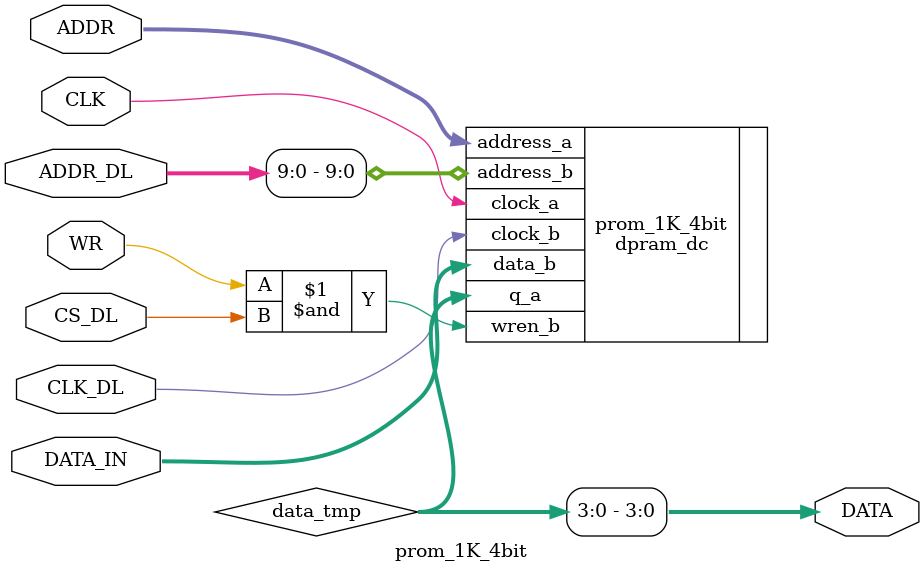
<source format=sv>
module selector_cpuAB_rom
(
	input  logic [24:0] ioctl_addr,
	output logic P1_8D_cs,
	output logic P2_7D_cs,
	output logic P3_5D_cs,     //16KbytesX3 Main  CPU EPROMs 
    output logic P4_3D_cs,
	output logic P5_2D_cs,
	output logic P6_1D_cs     //16KbytesX3 Sub   CPU EPROMs
);

   assign P1_8D_cs = (ioctl_addr < 25'h04000);
   assign P2_7D_cs = (ioctl_addr >= 25'h04000) & (ioctl_addr < 25'h08000);
   assign P3_5D_cs = (ioctl_addr >= 25'h08000) & (ioctl_addr < 25'h0C000);
   assign P4_3D_cs = (ioctl_addr >= 25'h10000) & (ioctl_addr < 25'h14000);
   assign P5_2D_cs = (ioctl_addr >= 25'h14000) & (ioctl_addr < 25'h18000);
   assign P6_1D_cs = (ioctl_addr >= 25'h18000) & (ioctl_addr < 25'h1C000);
endmodule

module selector_cpu_snd_rom
(
	input  logic [24:0] ioctl_addr,
    output logic P7_F4_cs,
	output logic P8_F3_cs,
	output logic P9_F2_cs     //16KbytesX3 Audio CPU EPROMs
);
   assign P7_F4_cs = (ioctl_addr >= 25'h20_000) & (ioctl_addr < 25'h24_000);
   assign P8_F3_cs = (ioctl_addr >= 25'h20_000) & (ioctl_addr < 25'h28_000);
   assign P9_F2_cs = (ioctl_addr >= 25'h28_000) & (ioctl_addr < 25'h2C_000);
endmodule


////////////
// EPROMS //
////////////

module eprom_32K
(
	input logic        CLK,
	input logic        CLK_DL,
	input logic [14:0] ADDR,
	input logic [19:0] ADDR_DL,
	input logic [7:0]  DATA_IN,
	input logic        CS_DL,
	input logic        WR,
	output logic [7:0] DATA
);
	dpram_dc #(.widthad_a(15), .width_a(8)) eprom_32K
	(
		.clock_a(CLK),
		.address_a(ADDR[14:0]),
		.q_a(DATA[7:0]),

		.clock_b(CLK_DL),
		.address_b(ADDR_DL[14:0]),
		.data_b(DATA_IN),
		.wren_b(WR & CS_DL)
	);
endmodule

module eprom_16K
(
	input logic        CLK,
	input logic        CLK_DL,
	input logic [13:0] ADDR,
	input logic [19:0] ADDR_DL,
	input logic [7:0]  DATA_IN,
	input logic        CS_DL,
	input logic        WR,
	output logic [7:0] DATA
);
	dpram_dc #(.widthad_a(14), .width_a(8)) eprom_16K
	(
		.clock_a(CLK),
		.address_a(ADDR[13:0]),
		.q_a(DATA[7:0]),

		.clock_b(CLK_DL),
		.address_b(ADDR_DL[13:0]),
		.data_b(DATA_IN),
		.wren_b(WR & CS_DL)
	);
endmodule

module eprom_8K
(
	input logic        CLK,
	input logic        CLK_DL,
	input logic [12:0] ADDR,
	input logic [19:0] ADDR_DL,
	input logic [7:0]  DATA_IN,
	input logic        CS_DL,
	input logic        WR,
	output logic [7:0] DATA
);
	dpram_dc #(.widthad_a(13), .width_a(8)) eprom_8K
	(
		.clock_a(CLK),
		.address_a(ADDR[12:0]),
		.q_a(DATA[7:0]),

		.clock_b(CLK_DL),
		.address_b(ADDR_DL[12:0]),
		.data_b(DATA_IN),
		.wren_b(WR & CS_DL)
	);
endmodule

module prom_1K_4bit
(
	input logic        CLK,
	input logic        CLK_DL,
	input logic [9:0]  ADDR,
	input logic [19:0] ADDR_DL,
	input logic [7:0]  DATA_IN,
	input logic        CS_DL,
	input logic        WR,
	output logic [3:0] DATA
);

	logic [7:0] data_tmp;
	assign DATA = data_tmp[3:0];

	dpram_dc #(.widthad_a(10), .width_a(8)) prom_1K_4bit
	(
		.clock_a(CLK),
		.address_a(ADDR[9:0]),
		.q_a(data_tmp),

		.clock_b(CLK_DL),
		.address_b(ADDR_DL[9:0]),
		.data_b(DATA_IN),
		.wren_b(WR & CS_DL)
	);
endmodule
</source>
